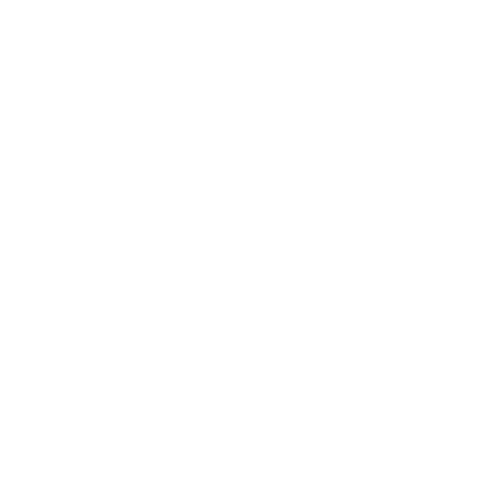
<source format=gbo>
G04 #@! TF.GenerationSoftware,KiCad,Pcbnew,7.0.5-7.0.5~ubuntu20.04.1*
G04 #@! TF.CreationDate,2023-06-07T06:16:18-05:00*
G04 #@! TF.ProjectId,Phobri64,50686f62-7269-4363-942e-6b696361645f,rev?*
G04 #@! TF.SameCoordinates,Original*
G04 #@! TF.FileFunction,Legend,Bot*
G04 #@! TF.FilePolarity,Positive*
%FSLAX46Y46*%
G04 Gerber Fmt 4.6, Leading zero omitted, Abs format (unit mm)*
G04 Created by KiCad (PCBNEW 7.0.5-7.0.5~ubuntu20.04.1) date 2023-06-07 06:16:18*
%MOMM*%
%LPD*%
G01*
G04 APERTURE LIST*
G04 Aperture macros list*
%AMFreePoly0*
4,1,19,0.150000,0.259808,0.229813,0.192836,0.281908,0.102606,0.300000,0.000000,0.281908,-0.102606,0.229813,-0.192836,0.150000,-0.259808,0.052094,-0.295442,-0.052094,-0.295442,-0.150000,-0.259808,-0.229813,-0.192836,-0.281908,-0.102606,-0.300000,0.000000,-0.281908,0.102606,-0.229813,0.192836,-0.150000,0.259808,-0.052094,0.295442,0.052094,0.295442,0.150000,0.259808,0.150000,0.259808,
$1*%
%AMFreePoly1*
4,1,272,0.463220,5.466884,0.764853,5.390625,1.054735,5.277635,1.328411,5.129651,1.581676,4.948945,1.810640,4.738295,2.011784,4.500937,2.182018,4.240518,2.318727,3.961038,2.419809,3.666793,2.483712,3.362302,2.509454,3.052246,2.496640,2.741386,2.445465,2.434500,2.356718,2.136302,2.231760,1.851375,2.072513,1.584096,1.897433,1.359144,2.120735,1.135842,2.173685,1.192845,
2.362144,1.448408,2.520541,1.723617,2.646849,2.014951,2.739455,2.318683,2.797172,2.630930,2.819263,2.947697,2.805445,3.264932,2.755896,3.578579,2.671248,3.884625,2.552584,4.179155,2.477070,4.318815,2.456164,4.386447,2.462731,4.456932,2.495771,4.519538,2.550254,4.564735,2.617886,4.585641,2.688371,4.579074,2.750977,4.546034,2.796173,4.491551,2.943168,4.180798,
3.055605,3.855940,3.132159,3.520807,3.171929,3.179350,3.174445,2.835594,3.139678,2.493591,3.068037,2.157374,2.960367,1.830905,2.817937,1.518034,2.642427,1.222448,2.435905,0.947633,2.200806,0.696828,1.939902,0.472990,1.656268,0.278757,1.353248,0.116420,1.034414,-0.012109,0.703525,-0.105313,0.364481,-0.162094,0.021280,-0.181783,-0.322033,-0.164147,-0.661410,-0.109395,
-0.992850,-0.018172,-1.312448,0.108447,-1.616433,0.268969,-1.901224,0.461502,-1.948202,0.514457,-1.971340,0.581359,-1.967113,0.652022,-1.936167,0.715689,-1.883212,0.762667,-1.816310,0.785805,-1.745647,0.781578,-1.681980,0.750632,-1.555425,0.654762,-1.282360,0.492697,-0.992742,0.362501,-0.690276,0.265840,-0.378830,0.203950,-0.062387,0.177623,0.255005,0.187194,0.569287,0.232543,
0.876438,0.313088,1.172529,0.427800,1.453775,0.575211,1.716578,0.753436,1.863734,0.879687,1.640855,1.102566,1.415899,0.927483,1.148620,0.768236,0.863692,0.643279,0.565495,0.554532,0.258608,0.503358,-0.052251,0.490544,-0.362308,0.516286,-0.666798,0.580190,-0.961044,0.681273,-1.240523,0.817981,-1.500942,0.988216,-1.738300,1.189361,-1.948950,1.418325,-2.129655,1.671591,
-2.277639,1.945267,-2.390628,2.235148,-2.466887,2.536782,-2.505242,2.845532,-2.505107,3.156656,-2.466481,3.465372,-2.389959,3.766939,-2.276716,4.056722,-2.128494,4.330269,-2.086847,4.369098,-2.031365,4.381903,-1.976914,4.365251,-1.938085,4.323604,-1.925280,4.268122,-1.941932,4.213671,-2.020569,4.087664,-2.144147,3.817526,-2.231792,3.533687,-2.282035,3.240904,-2.294034,2.944083,
-2.267588,2.648200,-2.203140,2.358213,-2.101771,2.078980,-1.965179,1.815183,-1.795653,1.571242,-1.596035,1.351245,-1.369669,1.158879,-1.120349,0.997368,-0.852254,0.869418,-0.569876,0.777173,-0.277948,0.722180,0.018638,0.705361,0.314912,0.726996,0.605908,0.786724,0.886750,0.883543,1.152731,1.015832,1.399395,1.181372,1.485997,1.257424,0.929098,1.814323,0.788544,1.712252,
0.577079,1.604623,0.351364,1.531449,0.116972,1.494538,-0.120308,1.494801,-0.354617,1.532232,-0.580169,1.605905,-0.791396,1.714002,-0.983081,1.853855,-1.150491,2.022008,-1.289492,2.214311,-1.396652,2.426014,-1.469325,2.651891,-1.505717,2.886364,-1.504928,3.123642,-1.466979,3.357868,-1.392807,3.583257,-1.357969,3.628296,-1.305279,3.649882,-1.248855,3.642231,-1.203816,3.607393,
-1.182230,3.554703,-1.189881,3.498279,-1.232733,3.395629,-1.282265,3.178744,-1.293935,2.956580,-1.267398,2.735699,-1.203438,2.522621,-1.103943,2.323640,-0.971851,2.144630,-0.811063,1.990877,-0.626326,1.866921,-0.423095,1.776422,-0.207371,1.722053,0.014476,1.705418,0.235895,1.727009,0.450349,1.786189,0.651506,1.881209,0.775166,1.968255,0.094184,2.649237,0.000000,2.634320,
-0.113001,2.652218,-0.214941,2.704159,-0.295841,2.785059,-0.347782,2.886999,-0.365680,3.000000,-0.347782,3.113001,-0.295841,3.214941,-0.214941,3.295841,-0.113001,3.347782,0.000000,3.365680,0.113001,3.347782,0.214941,3.295841,0.295841,3.214941,0.347782,3.113001,0.365680,3.000000,0.350762,2.905815,1.031744,2.224833,1.118791,2.348494,1.213811,2.549651,1.272991,2.764105,
1.294582,2.985524,1.277947,3.207371,1.223578,3.423095,1.133079,3.626326,1.009123,3.811063,0.855370,3.971851,0.676360,4.103943,0.477379,4.203438,0.264301,4.267398,0.043420,4.293935,-0.178744,4.282265,-0.395629,4.232733,-0.498279,4.189881,-0.554703,4.182230,-0.607393,4.203816,-0.642231,4.248855,-0.649882,4.305279,-0.628296,4.357969,-0.583257,4.392806,-0.357868,4.466979,
-0.123642,4.504928,0.113636,4.505717,0.348109,4.469325,0.573986,4.396652,0.785689,4.289492,0.977992,4.150491,1.146145,3.983081,1.285998,3.791396,1.394095,3.580169,1.467768,3.354617,1.505199,3.120308,1.505462,2.883028,1.468551,2.648636,1.395377,2.422921,1.287748,2.211456,1.185676,2.070901,1.742575,1.514002,1.818624,1.600601,1.984165,1.847264,2.116453,2.113245,
2.213273,2.394087,2.273001,2.685083,2.294637,2.981356,2.277818,3.277943,2.222826,3.569871,2.130582,3.852249,2.002632,4.120344,1.841121,4.369664,1.648755,4.596030,1.428758,4.795649,1.184817,4.965175,0.921021,5.101768,0.641789,5.203137,0.351801,5.267585,0.055918,5.294032,-0.240902,5.282033,-0.533685,5.231791,-0.817524,5.144146,-1.087663,5.020569,-1.213670,4.941932,
-1.268121,4.925280,-1.323603,4.938085,-1.365250,4.976914,-1.381902,5.031365,-1.369097,5.086847,-1.330267,5.128493,-1.056720,5.276716,-0.766937,5.389958,-0.465371,5.466480,-0.156654,5.505105,0.154470,5.505240,0.463220,5.466884,0.463220,5.466884,$1*%
%AMFreePoly2*
4,1,230,0.333048,0.159825,0.675342,0.104060,1.009527,0.011350,1.331628,-0.117202,1.637814,-0.280067,1.924443,-0.475306,1.971222,-0.528437,1.994109,-0.595425,1.989618,-0.666072,1.958434,-0.729623,1.905303,-0.776402,1.838315,-0.799289,1.767668,-0.794798,1.704117,-0.763614,1.576801,-0.666261,1.301682,-0.501771,1.009682,-0.369546,0.704569,-0.271294,0.390281,-0.208281,0.070874,-0.181321,
-0.249529,-0.190762,-0.566794,-0.236483,-0.876826,-0.317893,-1.175624,-0.433941,-1.459332,-0.583130,-1.724288,-0.763535,-1.861932,-0.882191,-1.285829,-1.458293,-1.095618,-1.314853,-0.851072,-1.179073,-0.590045,-1.078556,-0.317591,-1.015249,-0.038987,-0.990378,0.240372,-1.004425,0.515077,-1.057117,0.779806,-1.147434,1.029434,-1.273627,1.259127,-1.433252,1.464436,-1.623218,1.641385,-1.839847,
1.786548,-2.078942,1.897113,-2.335874,1.970939,-2.605668,2.006598,-2.883098,2.003397,-3.162792,1.961399,-3.439333,1.881418,-3.707366,1.765002,-3.961701,1.725746,-4.002946,1.671127,-4.019037,1.615780,-4.005663,1.574535,-3.966407,1.558444,-3.911788,1.571817,-3.856440,1.634610,-3.741158,1.725250,-3.494750,1.778971,-3.237756,1.794623,-2.975674,1.771872,-2.714112,1.711205,-2.458668,
1.613920,-2.214808,1.482098,-1.987750,1.318561,-1.782354,1.126807,-1.603014,0.910942,-1.453569,0.675582,-1.337215,0.425766,-1.256444,0.166839,-1.212983,-0.095658,-1.207763,-0.356109,-1.240895,-0.608939,-1.311670,-0.848738,-1.418574,-1.070375,-1.559319,-1.131785,-1.612337,-0.573715,-2.170406,-0.562144,-2.160898,-0.388774,-2.067824,-0.200648,-2.010132,-0.004905,-1.990013,0.191024,-2.008230,
0.379702,-2.064092,0.553968,-2.155478,0.707207,-2.278920,0.833602,-2.429732,0.928356,-2.602189,0.987872,-2.789747,1.009892,-2.985285,0.993580,-3.181381,0.969205,-3.232841,0.922366,-3.265218,0.865614,-3.269839,0.814154,-3.245464,0.781777,-3.198625,0.777155,-3.141872,0.792126,-3.059415,0.786959,-2.891884,0.746755,-2.729167,0.673303,-2.578508,0.569875,-2.446614,0.441074,-2.339359,
0.292636,-2.261517,0.131169,-2.216554,-0.036138,-2.206471,-0.201836,-2.231719,-0.358548,-2.291172,-0.499297,-2.382184,-0.506418,-2.389306,-0.508586,-2.401131,-0.562140,-2.469487,-0.606616,-2.489503,-0.617815,-2.500703,-0.708827,-2.641451,-0.768281,-2.798163,-0.793529,-2.963861,-0.783447,-3.131168,-0.738484,-3.292635,-0.660642,-3.441074,-0.553387,-3.569874,-0.421493,-3.673303,-0.270834,-3.746755,
-0.108117,-3.786959,0.059414,-3.792126,0.141872,-3.777156,0.198624,-3.781777,0.245463,-3.814154,0.269838,-3.865614,0.265217,-3.922366,0.232840,-3.969205,0.181380,-3.993579,-0.014716,-4.009892,-0.210254,-3.987872,-0.397812,-3.928355,-0.570269,-3.833601,-0.721081,-3.707206,-0.844523,-3.553967,-0.935909,-3.379701,-0.991770,-3.191023,-1.009987,-2.995094,-0.989868,-2.799351,-0.932176,-2.611225,
-0.839101,-2.437855,-0.830225,-2.427052,-1.388312,-1.868966,-1.440681,-1.929625,-1.581426,-2.151262,-1.688330,-2.391061,-1.759105,-2.643891,-1.792237,-2.904342,-1.787017,-3.166839,-1.743556,-3.425766,-1.662785,-3.675582,-1.546431,-3.910942,-1.396986,-4.126807,-1.217646,-4.318561,-1.012250,-4.482098,-0.785192,-4.613920,-0.541332,-4.711205,-0.285888,-4.771872,-0.024326,-4.794623,0.237756,-4.778971,
0.494750,-4.725250,0.741158,-4.634610,0.856441,-4.571818,0.911788,-4.558444,0.966407,-4.574535,1.005663,-4.615780,1.019037,-4.671127,1.002946,-4.725746,0.961701,-4.765002,0.707366,-4.881418,0.439333,-4.961399,0.162792,-5.003397,-0.116902,-5.006598,-0.394332,-4.970939,-0.664126,-4.897113,-0.921058,-4.786548,-1.160153,-4.641385,-1.376782,-4.464436,-1.566748,-4.259127,-1.726373,-4.029434,
-1.852566,-3.779806,-1.942883,-3.515077,-1.995575,-3.240372,-2.009622,-2.961013,-1.984751,-2.682409,-1.921444,-2.409955,-1.820927,-2.148928,-1.685147,-1.904382,-1.542309,-1.714969,-2.119457,-1.137822,-2.184553,-1.208305,-2.373922,-1.466930,-2.532736,-1.745364,-2.658945,-2.040015,-2.750920,-2.347078,-2.807474,-2.662592,-2.827879,-2.982485,-2.811869,-3.302627,-2.759652,-3.618888,-2.671901,-3.927186,
-2.549750,-4.223541,-2.472222,-4.363813,-2.450743,-4.431266,-2.456712,-4.501803,-2.489221,-4.564687,-2.543319,-4.610344,-2.610772,-4.631823,-2.681309,-4.625854,-2.744193,-4.593345,-2.789849,-4.539246,-2.940719,-4.226975,-3.056684,-3.900132,-3.136366,-3.562604,-3.178817,-3.218405,-3.183531,-2.871631,-3.150453,-2.526405,-3.079977,-2.186835,-2.972939,-1.856960,-2.830615,-1.540703,-2.654696,-1.241827,
-2.447275,-0.963886,-2.210819,-0.710186,-1.948142,-0.483746,-1.662367,-0.287259,-1.356894,-0.123061,-1.035356,0.006894,-0.701578,0.101059,-0.359531,0.158316,-0.013283,0.177982,0.333048,0.159825,0.333048,0.159825,$1*%
%AMFreePoly3*
4,1,89,0.155859,0.808056,0.162104,0.809230,0.459268,0.770875,0.465009,0.768154,0.471355,0.768519,0.761164,0.692439,0.766510,0.689005,0.772849,0.688555,1.050535,0.576004,1.055398,0.571913,1.061627,0.570656,1.322621,0.423483,1.326919,0.418805,1.332938,0.416760,1.572946,0.237390,1.576612,0.232197,1.582316,0.229400,1.797390,0.020782,1.800360,0.015164,1.805661,0.011659,
1.992258,-0.222774,1.994485,-0.228725,1.999293,-0.232881,2.154346,-0.489271,2.155793,-0.495459,2.160029,-0.500195,2.280987,-0.774325,2.281630,-0.780647,2.285225,-0.785887,2.370096,-1.073243,2.369944,-1.078844,2.372575,-1.083795,2.398547,-1.231359,2.395301,-1.254402,2.395301,-1.277666,2.391235,-1.283261,2.390271,-1.290110,2.374104,-1.306839,2.360427,-1.325666,2.353847,-1.327803,
2.349043,-1.332776,2.326134,-1.336808,2.304000,-1.344000,-2.304000,-1.344000,-2.326130,-1.336809,-2.349043,-1.332777,-2.353848,-1.327803,-2.360427,-1.325666,-2.374103,-1.306841,-2.390271,-1.290110,-2.391235,-1.283261,-2.395301,-1.277666,-2.395301,-1.254402,-2.398547,-1.231359,-2.372575,-1.083795,-2.369944,-1.078844,-2.370096,-1.073244,-2.285225,-0.785887,-2.281630,-0.780647,-2.280987,-0.774325,
-2.160029,-0.500195,-2.155793,-0.495458,-2.154346,-0.489271,-1.999292,-0.232880,-1.994485,-0.228725,-1.992258,-0.222774,-1.805660,0.011659,-1.800359,0.015164,-1.797389,0.020782,-1.582316,0.229401,-1.576611,0.232198,-1.572946,0.237390,-1.332937,0.416760,-1.326921,0.418804,-1.322621,0.423484,-1.061627,0.570656,-1.055398,0.571913,-1.050535,0.576004,-0.772849,0.688555,-0.766510,0.689005,
-0.761164,0.692439,-0.471355,0.768519,-0.465009,0.768154,-0.459268,0.770875,-0.162104,0.809230,-0.155859,0.808056,-0.149815,0.810020,0.149815,0.810020,0.155859,0.808056,0.155859,0.808056,$1*%
%AMFreePoly4*
4,1,89,2.326134,1.336808,2.349043,1.332776,2.353847,1.327803,2.360427,1.325666,2.374104,1.306839,2.390271,1.290110,2.391235,1.283261,2.395301,1.277666,2.395301,1.254402,2.398547,1.231359,2.372575,1.083795,2.369944,1.078844,2.370096,1.073243,2.285225,0.785887,2.281630,0.780647,2.280987,0.774325,2.160029,0.500195,2.155793,0.495459,2.154346,0.489271,1.999293,0.232881,
1.994485,0.228725,1.992258,0.222774,1.805661,-0.011659,1.800360,-0.015164,1.797390,-0.020782,1.582316,-0.229400,1.576612,-0.232197,1.572946,-0.237390,1.332938,-0.416760,1.326919,-0.418805,1.322621,-0.423483,1.061627,-0.570656,1.055398,-0.571913,1.050535,-0.576004,0.772849,-0.688555,0.766510,-0.689005,0.761164,-0.692439,0.471355,-0.768519,0.465009,-0.768154,0.459268,-0.770875,
0.162104,-0.809230,0.155859,-0.808056,0.149815,-0.810020,-0.149815,-0.810020,-0.155859,-0.808056,-0.162104,-0.809230,-0.459268,-0.770875,-0.465009,-0.768154,-0.471355,-0.768519,-0.761164,-0.692439,-0.766510,-0.689005,-0.772849,-0.688555,-1.050535,-0.576004,-1.055398,-0.571913,-1.061627,-0.570656,-1.322621,-0.423484,-1.326921,-0.418804,-1.332937,-0.416760,-1.572946,-0.237390,-1.576611,-0.232198,
-1.582316,-0.229401,-1.797389,-0.020782,-1.800359,-0.015164,-1.805660,-0.011659,-1.992258,0.222774,-1.994485,0.228725,-1.999292,0.232880,-2.154346,0.489271,-2.155793,0.495458,-2.160029,0.500195,-2.280987,0.774325,-2.281630,0.780647,-2.285225,0.785887,-2.370096,1.073244,-2.369944,1.078844,-2.372575,1.083795,-2.398547,1.231359,-2.395301,1.254402,-2.395301,1.277666,-2.391235,1.283261,
-2.390271,1.290110,-2.374103,1.306841,-2.360427,1.325666,-2.353848,1.327803,-2.349043,1.332777,-2.326130,1.336809,-2.304000,1.344000,2.304000,1.344000,2.326134,1.336808,2.326134,1.336808,$1*%
G04 Aperture macros list end*
%ADD10C,0.120000*%
%ADD11C,0.150000*%
%ADD12C,0.300000*%
%ADD13C,0.100000*%
%ADD14C,3.235000*%
%ADD15C,2.590494*%
%ADD16C,4.000000*%
%ADD17C,2.833000*%
%ADD18C,2.200000*%
%ADD19C,0.787400*%
%ADD20C,1.000000*%
%ADD21R,1.000000X2.000000*%
%ADD22O,2.500000X1.250000*%
%ADD23C,2.000000*%
%ADD24C,1.700000*%
%ADD25C,1.397000*%
%ADD26FreePoly0,270.000000*%
%ADD27C,1.500000*%
%ADD28FreePoly1,90.000000*%
%ADD29FreePoly2,90.000000*%
%ADD30FreePoly3,90.000000*%
%ADD31FreePoly4,90.000000*%
%ADD32FreePoly3,270.000000*%
%ADD33FreePoly4,270.000000*%
G04 APERTURE END LIST*
D10*
X200500000Y-91981600D02*
X200500000Y-107018400D01*
X238018400Y-132000000D02*
X222981600Y-132000000D01*
D11*
X237394344Y-131343580D02*
X237437201Y-131391200D01*
X237437201Y-131391200D02*
X237565773Y-131438819D01*
X237565773Y-131438819D02*
X237651487Y-131438819D01*
X237651487Y-131438819D02*
X237780058Y-131391200D01*
X237780058Y-131391200D02*
X237865773Y-131295961D01*
X237865773Y-131295961D02*
X237908630Y-131200723D01*
X237908630Y-131200723D02*
X237951487Y-131010247D01*
X237951487Y-131010247D02*
X237951487Y-130867390D01*
X237951487Y-130867390D02*
X237908630Y-130676914D01*
X237908630Y-130676914D02*
X237865773Y-130581676D01*
X237865773Y-130581676D02*
X237780058Y-130486438D01*
X237780058Y-130486438D02*
X237651487Y-130438819D01*
X237651487Y-130438819D02*
X237565773Y-130438819D01*
X237565773Y-130438819D02*
X237437201Y-130486438D01*
X237437201Y-130486438D02*
X237394344Y-130534057D01*
X237008630Y-130915009D02*
X236708630Y-130915009D01*
X236580058Y-131438819D02*
X237008630Y-131438819D01*
X237008630Y-131438819D02*
X237008630Y-130438819D01*
X237008630Y-130438819D02*
X236580058Y-130438819D01*
X235680058Y-131438819D02*
X235980058Y-130962628D01*
X236194344Y-131438819D02*
X236194344Y-130438819D01*
X236194344Y-130438819D02*
X235851487Y-130438819D01*
X235851487Y-130438819D02*
X235765772Y-130486438D01*
X235765772Y-130486438D02*
X235722915Y-130534057D01*
X235722915Y-130534057D02*
X235680058Y-130629295D01*
X235680058Y-130629295D02*
X235680058Y-130772152D01*
X235680058Y-130772152D02*
X235722915Y-130867390D01*
X235722915Y-130867390D02*
X235765772Y-130915009D01*
X235765772Y-130915009D02*
X235851487Y-130962628D01*
X235851487Y-130962628D02*
X236194344Y-130962628D01*
X235294344Y-131438819D02*
X235294344Y-130438819D01*
X235294344Y-130438819D02*
X234780058Y-131438819D01*
X234780058Y-131438819D02*
X234780058Y-130438819D01*
X234351487Y-131057866D02*
X233665773Y-131057866D01*
X233065772Y-130438819D02*
X232894344Y-130438819D01*
X232894344Y-130438819D02*
X232808629Y-130486438D01*
X232808629Y-130486438D02*
X232722915Y-130581676D01*
X232722915Y-130581676D02*
X232680058Y-130772152D01*
X232680058Y-130772152D02*
X232680058Y-131105485D01*
X232680058Y-131105485D02*
X232722915Y-131295961D01*
X232722915Y-131295961D02*
X232808629Y-131391200D01*
X232808629Y-131391200D02*
X232894344Y-131438819D01*
X232894344Y-131438819D02*
X233065772Y-131438819D01*
X233065772Y-131438819D02*
X233151487Y-131391200D01*
X233151487Y-131391200D02*
X233237201Y-131295961D01*
X233237201Y-131295961D02*
X233280058Y-131105485D01*
X233280058Y-131105485D02*
X233280058Y-130772152D01*
X233280058Y-130772152D02*
X233237201Y-130581676D01*
X233237201Y-130581676D02*
X233151487Y-130486438D01*
X233151487Y-130486438D02*
X233065772Y-130438819D01*
X232294344Y-131438819D02*
X232294344Y-130438819D01*
X232294344Y-130915009D02*
X231780058Y-130915009D01*
X231780058Y-131438819D02*
X231780058Y-130438819D01*
X230922915Y-131438819D02*
X231351487Y-131438819D01*
X231351487Y-131438819D02*
X231351487Y-130438819D01*
X230622916Y-131057866D02*
X229937202Y-131057866D01*
X229551487Y-131391200D02*
X229422916Y-131438819D01*
X229422916Y-131438819D02*
X229208630Y-131438819D01*
X229208630Y-131438819D02*
X229122916Y-131391200D01*
X229122916Y-131391200D02*
X229080058Y-131343580D01*
X229080058Y-131343580D02*
X229037201Y-131248342D01*
X229037201Y-131248342D02*
X229037201Y-131153104D01*
X229037201Y-131153104D02*
X229080058Y-131057866D01*
X229080058Y-131057866D02*
X229122916Y-131010247D01*
X229122916Y-131010247D02*
X229208630Y-130962628D01*
X229208630Y-130962628D02*
X229380058Y-130915009D01*
X229380058Y-130915009D02*
X229465773Y-130867390D01*
X229465773Y-130867390D02*
X229508630Y-130819771D01*
X229508630Y-130819771D02*
X229551487Y-130724533D01*
X229551487Y-130724533D02*
X229551487Y-130629295D01*
X229551487Y-130629295D02*
X229508630Y-130534057D01*
X229508630Y-130534057D02*
X229465773Y-130486438D01*
X229465773Y-130486438D02*
X229380058Y-130438819D01*
X229380058Y-130438819D02*
X229165773Y-130438819D01*
X229165773Y-130438819D02*
X229037201Y-130486438D01*
X228051487Y-130772152D02*
X227837201Y-131438819D01*
X227837201Y-131438819D02*
X227622916Y-130772152D01*
X227322916Y-130534057D02*
X227280059Y-130486438D01*
X227280059Y-130486438D02*
X227194345Y-130438819D01*
X227194345Y-130438819D02*
X226980059Y-130438819D01*
X226980059Y-130438819D02*
X226894345Y-130486438D01*
X226894345Y-130486438D02*
X226851487Y-130534057D01*
X226851487Y-130534057D02*
X226808630Y-130629295D01*
X226808630Y-130629295D02*
X226808630Y-130724533D01*
X226808630Y-130724533D02*
X226851487Y-130867390D01*
X226851487Y-130867390D02*
X227365773Y-131438819D01*
X227365773Y-131438819D02*
X226808630Y-131438819D01*
D12*
X199800828Y-92554510D02*
X198300828Y-92554510D01*
X198300828Y-92554510D02*
X198300828Y-93125939D01*
X198300828Y-93125939D02*
X198372257Y-93268796D01*
X198372257Y-93268796D02*
X198443685Y-93340225D01*
X198443685Y-93340225D02*
X198586542Y-93411653D01*
X198586542Y-93411653D02*
X198800828Y-93411653D01*
X198800828Y-93411653D02*
X198943685Y-93340225D01*
X198943685Y-93340225D02*
X199015114Y-93268796D01*
X199015114Y-93268796D02*
X199086542Y-93125939D01*
X199086542Y-93125939D02*
X199086542Y-92554510D01*
X199800828Y-94054510D02*
X198300828Y-94054510D01*
X199800828Y-94697368D02*
X199015114Y-94697368D01*
X199015114Y-94697368D02*
X198872257Y-94625939D01*
X198872257Y-94625939D02*
X198800828Y-94483082D01*
X198800828Y-94483082D02*
X198800828Y-94268796D01*
X198800828Y-94268796D02*
X198872257Y-94125939D01*
X198872257Y-94125939D02*
X198943685Y-94054510D01*
X199800828Y-95625939D02*
X199729400Y-95483082D01*
X199729400Y-95483082D02*
X199657971Y-95411653D01*
X199657971Y-95411653D02*
X199515114Y-95340225D01*
X199515114Y-95340225D02*
X199086542Y-95340225D01*
X199086542Y-95340225D02*
X198943685Y-95411653D01*
X198943685Y-95411653D02*
X198872257Y-95483082D01*
X198872257Y-95483082D02*
X198800828Y-95625939D01*
X198800828Y-95625939D02*
X198800828Y-95840225D01*
X198800828Y-95840225D02*
X198872257Y-95983082D01*
X198872257Y-95983082D02*
X198943685Y-96054511D01*
X198943685Y-96054511D02*
X199086542Y-96125939D01*
X199086542Y-96125939D02*
X199515114Y-96125939D01*
X199515114Y-96125939D02*
X199657971Y-96054511D01*
X199657971Y-96054511D02*
X199729400Y-95983082D01*
X199729400Y-95983082D02*
X199800828Y-95840225D01*
X199800828Y-95840225D02*
X199800828Y-95625939D01*
X199800828Y-96768796D02*
X198300828Y-96768796D01*
X198872257Y-96768796D02*
X198800828Y-96911654D01*
X198800828Y-96911654D02*
X198800828Y-97197368D01*
X198800828Y-97197368D02*
X198872257Y-97340225D01*
X198872257Y-97340225D02*
X198943685Y-97411654D01*
X198943685Y-97411654D02*
X199086542Y-97483082D01*
X199086542Y-97483082D02*
X199515114Y-97483082D01*
X199515114Y-97483082D02*
X199657971Y-97411654D01*
X199657971Y-97411654D02*
X199729400Y-97340225D01*
X199729400Y-97340225D02*
X199800828Y-97197368D01*
X199800828Y-97197368D02*
X199800828Y-96911654D01*
X199800828Y-96911654D02*
X199729400Y-96768796D01*
X199800828Y-98125939D02*
X198800828Y-98125939D01*
X199086542Y-98125939D02*
X198943685Y-98197368D01*
X198943685Y-98197368D02*
X198872257Y-98268797D01*
X198872257Y-98268797D02*
X198800828Y-98411654D01*
X198800828Y-98411654D02*
X198800828Y-98554511D01*
X199800828Y-99054510D02*
X198800828Y-99054510D01*
X198300828Y-99054510D02*
X198372257Y-98983082D01*
X198372257Y-98983082D02*
X198443685Y-99054510D01*
X198443685Y-99054510D02*
X198372257Y-99125939D01*
X198372257Y-99125939D02*
X198300828Y-99054510D01*
X198300828Y-99054510D02*
X198443685Y-99054510D01*
X198300828Y-100411654D02*
X198300828Y-100125939D01*
X198300828Y-100125939D02*
X198372257Y-99983082D01*
X198372257Y-99983082D02*
X198443685Y-99911654D01*
X198443685Y-99911654D02*
X198657971Y-99768796D01*
X198657971Y-99768796D02*
X198943685Y-99697368D01*
X198943685Y-99697368D02*
X199515114Y-99697368D01*
X199515114Y-99697368D02*
X199657971Y-99768796D01*
X199657971Y-99768796D02*
X199729400Y-99840225D01*
X199729400Y-99840225D02*
X199800828Y-99983082D01*
X199800828Y-99983082D02*
X199800828Y-100268796D01*
X199800828Y-100268796D02*
X199729400Y-100411654D01*
X199729400Y-100411654D02*
X199657971Y-100483082D01*
X199657971Y-100483082D02*
X199515114Y-100554511D01*
X199515114Y-100554511D02*
X199157971Y-100554511D01*
X199157971Y-100554511D02*
X199015114Y-100483082D01*
X199015114Y-100483082D02*
X198943685Y-100411654D01*
X198943685Y-100411654D02*
X198872257Y-100268796D01*
X198872257Y-100268796D02*
X198872257Y-99983082D01*
X198872257Y-99983082D02*
X198943685Y-99840225D01*
X198943685Y-99840225D02*
X199015114Y-99768796D01*
X199015114Y-99768796D02*
X199157971Y-99697368D01*
X198800828Y-101840225D02*
X199800828Y-101840225D01*
X198229400Y-101483082D02*
X199300828Y-101125939D01*
X199300828Y-101125939D02*
X199300828Y-102054510D01*
D11*
X202843580Y-92605655D02*
X202891200Y-92562798D01*
X202891200Y-92562798D02*
X202938819Y-92434226D01*
X202938819Y-92434226D02*
X202938819Y-92348512D01*
X202938819Y-92348512D02*
X202891200Y-92219941D01*
X202891200Y-92219941D02*
X202795961Y-92134226D01*
X202795961Y-92134226D02*
X202700723Y-92091369D01*
X202700723Y-92091369D02*
X202510247Y-92048512D01*
X202510247Y-92048512D02*
X202367390Y-92048512D01*
X202367390Y-92048512D02*
X202176914Y-92091369D01*
X202176914Y-92091369D02*
X202081676Y-92134226D01*
X202081676Y-92134226D02*
X201986438Y-92219941D01*
X201986438Y-92219941D02*
X201938819Y-92348512D01*
X201938819Y-92348512D02*
X201938819Y-92434226D01*
X201938819Y-92434226D02*
X201986438Y-92562798D01*
X201986438Y-92562798D02*
X202034057Y-92605655D01*
X202415009Y-92991369D02*
X202415009Y-93291369D01*
X202938819Y-93419941D02*
X202938819Y-92991369D01*
X202938819Y-92991369D02*
X201938819Y-92991369D01*
X201938819Y-92991369D02*
X201938819Y-93419941D01*
X202938819Y-94319941D02*
X202462628Y-94019941D01*
X202938819Y-93805655D02*
X201938819Y-93805655D01*
X201938819Y-93805655D02*
X201938819Y-94148512D01*
X201938819Y-94148512D02*
X201986438Y-94234227D01*
X201986438Y-94234227D02*
X202034057Y-94277084D01*
X202034057Y-94277084D02*
X202129295Y-94319941D01*
X202129295Y-94319941D02*
X202272152Y-94319941D01*
X202272152Y-94319941D02*
X202367390Y-94277084D01*
X202367390Y-94277084D02*
X202415009Y-94234227D01*
X202415009Y-94234227D02*
X202462628Y-94148512D01*
X202462628Y-94148512D02*
X202462628Y-93805655D01*
X202938819Y-94705655D02*
X201938819Y-94705655D01*
X201938819Y-94705655D02*
X202938819Y-95219941D01*
X202938819Y-95219941D02*
X201938819Y-95219941D01*
X202557866Y-95648512D02*
X202557866Y-96334227D01*
X201938819Y-96934227D02*
X201938819Y-97105655D01*
X201938819Y-97105655D02*
X201986438Y-97191370D01*
X201986438Y-97191370D02*
X202081676Y-97277084D01*
X202081676Y-97277084D02*
X202272152Y-97319941D01*
X202272152Y-97319941D02*
X202605485Y-97319941D01*
X202605485Y-97319941D02*
X202795961Y-97277084D01*
X202795961Y-97277084D02*
X202891200Y-97191370D01*
X202891200Y-97191370D02*
X202938819Y-97105655D01*
X202938819Y-97105655D02*
X202938819Y-96934227D01*
X202938819Y-96934227D02*
X202891200Y-96848513D01*
X202891200Y-96848513D02*
X202795961Y-96762798D01*
X202795961Y-96762798D02*
X202605485Y-96719941D01*
X202605485Y-96719941D02*
X202272152Y-96719941D01*
X202272152Y-96719941D02*
X202081676Y-96762798D01*
X202081676Y-96762798D02*
X201986438Y-96848513D01*
X201986438Y-96848513D02*
X201938819Y-96934227D01*
X202938819Y-97705655D02*
X201938819Y-97705655D01*
X202415009Y-97705655D02*
X202415009Y-98219941D01*
X202938819Y-98219941D02*
X201938819Y-98219941D01*
X202938819Y-99077084D02*
X202938819Y-98648512D01*
X202938819Y-98648512D02*
X201938819Y-98648512D01*
X202557866Y-99377083D02*
X202557866Y-100062798D01*
X202891200Y-100448512D02*
X202938819Y-100577084D01*
X202938819Y-100577084D02*
X202938819Y-100791369D01*
X202938819Y-100791369D02*
X202891200Y-100877084D01*
X202891200Y-100877084D02*
X202843580Y-100919941D01*
X202843580Y-100919941D02*
X202748342Y-100962798D01*
X202748342Y-100962798D02*
X202653104Y-100962798D01*
X202653104Y-100962798D02*
X202557866Y-100919941D01*
X202557866Y-100919941D02*
X202510247Y-100877084D01*
X202510247Y-100877084D02*
X202462628Y-100791369D01*
X202462628Y-100791369D02*
X202415009Y-100619941D01*
X202415009Y-100619941D02*
X202367390Y-100534226D01*
X202367390Y-100534226D02*
X202319771Y-100491369D01*
X202319771Y-100491369D02*
X202224533Y-100448512D01*
X202224533Y-100448512D02*
X202129295Y-100448512D01*
X202129295Y-100448512D02*
X202034057Y-100491369D01*
X202034057Y-100491369D02*
X201986438Y-100534226D01*
X201986438Y-100534226D02*
X201938819Y-100619941D01*
X201938819Y-100619941D02*
X201938819Y-100834226D01*
X201938819Y-100834226D02*
X201986438Y-100962798D01*
X202272152Y-101948512D02*
X202938819Y-102162798D01*
X202938819Y-102162798D02*
X202272152Y-102377083D01*
X202034057Y-102677083D02*
X201986438Y-102719940D01*
X201986438Y-102719940D02*
X201938819Y-102805655D01*
X201938819Y-102805655D02*
X201938819Y-103019940D01*
X201938819Y-103019940D02*
X201986438Y-103105655D01*
X201986438Y-103105655D02*
X202034057Y-103148512D01*
X202034057Y-103148512D02*
X202129295Y-103191369D01*
X202129295Y-103191369D02*
X202224533Y-103191369D01*
X202224533Y-103191369D02*
X202367390Y-103148512D01*
X202367390Y-103148512D02*
X202938819Y-102634226D01*
X202938819Y-102634226D02*
X202938819Y-103191369D01*
D13*
X201504964Y-92379903D02*
X201504964Y-92022760D01*
X201504964Y-92022760D02*
X200754964Y-92022760D01*
X201504964Y-92629903D02*
X201004964Y-92629903D01*
X200754964Y-92629903D02*
X200790678Y-92594189D01*
X200790678Y-92594189D02*
X200826392Y-92629903D01*
X200826392Y-92629903D02*
X200790678Y-92665617D01*
X200790678Y-92665617D02*
X200754964Y-92629903D01*
X200754964Y-92629903D02*
X200826392Y-92629903D01*
X201469250Y-93308475D02*
X201504964Y-93237046D01*
X201504964Y-93237046D02*
X201504964Y-93094189D01*
X201504964Y-93094189D02*
X201469250Y-93022760D01*
X201469250Y-93022760D02*
X201433535Y-92987046D01*
X201433535Y-92987046D02*
X201362107Y-92951332D01*
X201362107Y-92951332D02*
X201147821Y-92951332D01*
X201147821Y-92951332D02*
X201076392Y-92987046D01*
X201076392Y-92987046D02*
X201040678Y-93022760D01*
X201040678Y-93022760D02*
X201004964Y-93094189D01*
X201004964Y-93094189D02*
X201004964Y-93237046D01*
X201004964Y-93237046D02*
X201040678Y-93308475D01*
X201469250Y-93915617D02*
X201504964Y-93844189D01*
X201504964Y-93844189D02*
X201504964Y-93701332D01*
X201504964Y-93701332D02*
X201469250Y-93629903D01*
X201469250Y-93629903D02*
X201397821Y-93594189D01*
X201397821Y-93594189D02*
X201112107Y-93594189D01*
X201112107Y-93594189D02*
X201040678Y-93629903D01*
X201040678Y-93629903D02*
X201004964Y-93701332D01*
X201004964Y-93701332D02*
X201004964Y-93844189D01*
X201004964Y-93844189D02*
X201040678Y-93915617D01*
X201040678Y-93915617D02*
X201112107Y-93951332D01*
X201112107Y-93951332D02*
X201183535Y-93951332D01*
X201183535Y-93951332D02*
X201254964Y-93594189D01*
X201004964Y-94272760D02*
X201504964Y-94272760D01*
X201076392Y-94272760D02*
X201040678Y-94308474D01*
X201040678Y-94308474D02*
X201004964Y-94379903D01*
X201004964Y-94379903D02*
X201004964Y-94487046D01*
X201004964Y-94487046D02*
X201040678Y-94558474D01*
X201040678Y-94558474D02*
X201112107Y-94594189D01*
X201112107Y-94594189D02*
X201504964Y-94594189D01*
X201469250Y-94915617D02*
X201504964Y-94987045D01*
X201504964Y-94987045D02*
X201504964Y-95129902D01*
X201504964Y-95129902D02*
X201469250Y-95201331D01*
X201469250Y-95201331D02*
X201397821Y-95237045D01*
X201397821Y-95237045D02*
X201362107Y-95237045D01*
X201362107Y-95237045D02*
X201290678Y-95201331D01*
X201290678Y-95201331D02*
X201254964Y-95129902D01*
X201254964Y-95129902D02*
X201254964Y-95022760D01*
X201254964Y-95022760D02*
X201219250Y-94951331D01*
X201219250Y-94951331D02*
X201147821Y-94915617D01*
X201147821Y-94915617D02*
X201112107Y-94915617D01*
X201112107Y-94915617D02*
X201040678Y-94951331D01*
X201040678Y-94951331D02*
X201004964Y-95022760D01*
X201004964Y-95022760D02*
X201004964Y-95129902D01*
X201004964Y-95129902D02*
X201040678Y-95201331D01*
X201469250Y-95844188D02*
X201504964Y-95772760D01*
X201504964Y-95772760D02*
X201504964Y-95629903D01*
X201504964Y-95629903D02*
X201469250Y-95558474D01*
X201469250Y-95558474D02*
X201397821Y-95522760D01*
X201397821Y-95522760D02*
X201112107Y-95522760D01*
X201112107Y-95522760D02*
X201040678Y-95558474D01*
X201040678Y-95558474D02*
X201004964Y-95629903D01*
X201004964Y-95629903D02*
X201004964Y-95772760D01*
X201004964Y-95772760D02*
X201040678Y-95844188D01*
X201040678Y-95844188D02*
X201112107Y-95879903D01*
X201112107Y-95879903D02*
X201183535Y-95879903D01*
X201183535Y-95879903D02*
X201254964Y-95522760D01*
X201504964Y-96522760D02*
X200754964Y-96522760D01*
X201469250Y-96522760D02*
X201504964Y-96451331D01*
X201504964Y-96451331D02*
X201504964Y-96308474D01*
X201504964Y-96308474D02*
X201469250Y-96237045D01*
X201469250Y-96237045D02*
X201433535Y-96201331D01*
X201433535Y-96201331D02*
X201362107Y-96165617D01*
X201362107Y-96165617D02*
X201147821Y-96165617D01*
X201147821Y-96165617D02*
X201076392Y-96201331D01*
X201076392Y-96201331D02*
X201040678Y-96237045D01*
X201040678Y-96237045D02*
X201004964Y-96308474D01*
X201004964Y-96308474D02*
X201004964Y-96451331D01*
X201004964Y-96451331D02*
X201040678Y-96522760D01*
X201004964Y-97772760D02*
X201504964Y-97772760D01*
X201004964Y-97451331D02*
X201397821Y-97451331D01*
X201397821Y-97451331D02*
X201469250Y-97487045D01*
X201469250Y-97487045D02*
X201504964Y-97558474D01*
X201504964Y-97558474D02*
X201504964Y-97665617D01*
X201504964Y-97665617D02*
X201469250Y-97737045D01*
X201469250Y-97737045D02*
X201433535Y-97772760D01*
X201004964Y-98129902D02*
X201504964Y-98129902D01*
X201076392Y-98129902D02*
X201040678Y-98165616D01*
X201040678Y-98165616D02*
X201004964Y-98237045D01*
X201004964Y-98237045D02*
X201004964Y-98344188D01*
X201004964Y-98344188D02*
X201040678Y-98415616D01*
X201040678Y-98415616D02*
X201112107Y-98451331D01*
X201112107Y-98451331D02*
X201504964Y-98451331D01*
X201504964Y-99129902D02*
X200754964Y-99129902D01*
X201469250Y-99129902D02*
X201504964Y-99058473D01*
X201504964Y-99058473D02*
X201504964Y-98915616D01*
X201504964Y-98915616D02*
X201469250Y-98844187D01*
X201469250Y-98844187D02*
X201433535Y-98808473D01*
X201433535Y-98808473D02*
X201362107Y-98772759D01*
X201362107Y-98772759D02*
X201147821Y-98772759D01*
X201147821Y-98772759D02*
X201076392Y-98808473D01*
X201076392Y-98808473D02*
X201040678Y-98844187D01*
X201040678Y-98844187D02*
X201004964Y-98915616D01*
X201004964Y-98915616D02*
X201004964Y-99058473D01*
X201004964Y-99058473D02*
X201040678Y-99129902D01*
X201469250Y-99772758D02*
X201504964Y-99701330D01*
X201504964Y-99701330D02*
X201504964Y-99558473D01*
X201504964Y-99558473D02*
X201469250Y-99487044D01*
X201469250Y-99487044D02*
X201397821Y-99451330D01*
X201397821Y-99451330D02*
X201112107Y-99451330D01*
X201112107Y-99451330D02*
X201040678Y-99487044D01*
X201040678Y-99487044D02*
X201004964Y-99558473D01*
X201004964Y-99558473D02*
X201004964Y-99701330D01*
X201004964Y-99701330D02*
X201040678Y-99772758D01*
X201040678Y-99772758D02*
X201112107Y-99808473D01*
X201112107Y-99808473D02*
X201183535Y-99808473D01*
X201183535Y-99808473D02*
X201254964Y-99451330D01*
X201504964Y-100129901D02*
X201004964Y-100129901D01*
X201147821Y-100129901D02*
X201076392Y-100165615D01*
X201076392Y-100165615D02*
X201040678Y-100201330D01*
X201040678Y-100201330D02*
X201004964Y-100272758D01*
X201004964Y-100272758D02*
X201004964Y-100344187D01*
X237620096Y-130004964D02*
X237977239Y-130004964D01*
X237977239Y-130004964D02*
X237977239Y-129254964D01*
X237370096Y-130004964D02*
X237370096Y-129504964D01*
X237370096Y-129254964D02*
X237405810Y-129290678D01*
X237405810Y-129290678D02*
X237370096Y-129326392D01*
X237370096Y-129326392D02*
X237334382Y-129290678D01*
X237334382Y-129290678D02*
X237370096Y-129254964D01*
X237370096Y-129254964D02*
X237370096Y-129326392D01*
X236691525Y-129969250D02*
X236762953Y-130004964D01*
X236762953Y-130004964D02*
X236905810Y-130004964D01*
X236905810Y-130004964D02*
X236977239Y-129969250D01*
X236977239Y-129969250D02*
X237012953Y-129933535D01*
X237012953Y-129933535D02*
X237048667Y-129862107D01*
X237048667Y-129862107D02*
X237048667Y-129647821D01*
X237048667Y-129647821D02*
X237012953Y-129576392D01*
X237012953Y-129576392D02*
X236977239Y-129540678D01*
X236977239Y-129540678D02*
X236905810Y-129504964D01*
X236905810Y-129504964D02*
X236762953Y-129504964D01*
X236762953Y-129504964D02*
X236691525Y-129540678D01*
X236084382Y-129969250D02*
X236155810Y-130004964D01*
X236155810Y-130004964D02*
X236298668Y-130004964D01*
X236298668Y-130004964D02*
X236370096Y-129969250D01*
X236370096Y-129969250D02*
X236405810Y-129897821D01*
X236405810Y-129897821D02*
X236405810Y-129612107D01*
X236405810Y-129612107D02*
X236370096Y-129540678D01*
X236370096Y-129540678D02*
X236298668Y-129504964D01*
X236298668Y-129504964D02*
X236155810Y-129504964D01*
X236155810Y-129504964D02*
X236084382Y-129540678D01*
X236084382Y-129540678D02*
X236048668Y-129612107D01*
X236048668Y-129612107D02*
X236048668Y-129683535D01*
X236048668Y-129683535D02*
X236405810Y-129754964D01*
X235727239Y-129504964D02*
X235727239Y-130004964D01*
X235727239Y-129576392D02*
X235691525Y-129540678D01*
X235691525Y-129540678D02*
X235620096Y-129504964D01*
X235620096Y-129504964D02*
X235512953Y-129504964D01*
X235512953Y-129504964D02*
X235441525Y-129540678D01*
X235441525Y-129540678D02*
X235405811Y-129612107D01*
X235405811Y-129612107D02*
X235405811Y-130004964D01*
X235084382Y-129969250D02*
X235012954Y-130004964D01*
X235012954Y-130004964D02*
X234870097Y-130004964D01*
X234870097Y-130004964D02*
X234798668Y-129969250D01*
X234798668Y-129969250D02*
X234762954Y-129897821D01*
X234762954Y-129897821D02*
X234762954Y-129862107D01*
X234762954Y-129862107D02*
X234798668Y-129790678D01*
X234798668Y-129790678D02*
X234870097Y-129754964D01*
X234870097Y-129754964D02*
X234977240Y-129754964D01*
X234977240Y-129754964D02*
X235048668Y-129719250D01*
X235048668Y-129719250D02*
X235084382Y-129647821D01*
X235084382Y-129647821D02*
X235084382Y-129612107D01*
X235084382Y-129612107D02*
X235048668Y-129540678D01*
X235048668Y-129540678D02*
X234977240Y-129504964D01*
X234977240Y-129504964D02*
X234870097Y-129504964D01*
X234870097Y-129504964D02*
X234798668Y-129540678D01*
X234155811Y-129969250D02*
X234227239Y-130004964D01*
X234227239Y-130004964D02*
X234370097Y-130004964D01*
X234370097Y-130004964D02*
X234441525Y-129969250D01*
X234441525Y-129969250D02*
X234477239Y-129897821D01*
X234477239Y-129897821D02*
X234477239Y-129612107D01*
X234477239Y-129612107D02*
X234441525Y-129540678D01*
X234441525Y-129540678D02*
X234370097Y-129504964D01*
X234370097Y-129504964D02*
X234227239Y-129504964D01*
X234227239Y-129504964D02*
X234155811Y-129540678D01*
X234155811Y-129540678D02*
X234120097Y-129612107D01*
X234120097Y-129612107D02*
X234120097Y-129683535D01*
X234120097Y-129683535D02*
X234477239Y-129754964D01*
X233477240Y-130004964D02*
X233477240Y-129254964D01*
X233477240Y-129969250D02*
X233548668Y-130004964D01*
X233548668Y-130004964D02*
X233691525Y-130004964D01*
X233691525Y-130004964D02*
X233762954Y-129969250D01*
X233762954Y-129969250D02*
X233798668Y-129933535D01*
X233798668Y-129933535D02*
X233834382Y-129862107D01*
X233834382Y-129862107D02*
X233834382Y-129647821D01*
X233834382Y-129647821D02*
X233798668Y-129576392D01*
X233798668Y-129576392D02*
X233762954Y-129540678D01*
X233762954Y-129540678D02*
X233691525Y-129504964D01*
X233691525Y-129504964D02*
X233548668Y-129504964D01*
X233548668Y-129504964D02*
X233477240Y-129540678D01*
X232227240Y-129504964D02*
X232227240Y-130004964D01*
X232548668Y-129504964D02*
X232548668Y-129897821D01*
X232548668Y-129897821D02*
X232512954Y-129969250D01*
X232512954Y-129969250D02*
X232441525Y-130004964D01*
X232441525Y-130004964D02*
X232334382Y-130004964D01*
X232334382Y-130004964D02*
X232262954Y-129969250D01*
X232262954Y-129969250D02*
X232227240Y-129933535D01*
X231870097Y-129504964D02*
X231870097Y-130004964D01*
X231870097Y-129576392D02*
X231834383Y-129540678D01*
X231834383Y-129540678D02*
X231762954Y-129504964D01*
X231762954Y-129504964D02*
X231655811Y-129504964D01*
X231655811Y-129504964D02*
X231584383Y-129540678D01*
X231584383Y-129540678D02*
X231548669Y-129612107D01*
X231548669Y-129612107D02*
X231548669Y-130004964D01*
X230870098Y-130004964D02*
X230870098Y-129254964D01*
X230870098Y-129969250D02*
X230941526Y-130004964D01*
X230941526Y-130004964D02*
X231084383Y-130004964D01*
X231084383Y-130004964D02*
X231155812Y-129969250D01*
X231155812Y-129969250D02*
X231191526Y-129933535D01*
X231191526Y-129933535D02*
X231227240Y-129862107D01*
X231227240Y-129862107D02*
X231227240Y-129647821D01*
X231227240Y-129647821D02*
X231191526Y-129576392D01*
X231191526Y-129576392D02*
X231155812Y-129540678D01*
X231155812Y-129540678D02*
X231084383Y-129504964D01*
X231084383Y-129504964D02*
X230941526Y-129504964D01*
X230941526Y-129504964D02*
X230870098Y-129540678D01*
X230227241Y-129969250D02*
X230298669Y-130004964D01*
X230298669Y-130004964D02*
X230441527Y-130004964D01*
X230441527Y-130004964D02*
X230512955Y-129969250D01*
X230512955Y-129969250D02*
X230548669Y-129897821D01*
X230548669Y-129897821D02*
X230548669Y-129612107D01*
X230548669Y-129612107D02*
X230512955Y-129540678D01*
X230512955Y-129540678D02*
X230441527Y-129504964D01*
X230441527Y-129504964D02*
X230298669Y-129504964D01*
X230298669Y-129504964D02*
X230227241Y-129540678D01*
X230227241Y-129540678D02*
X230191527Y-129612107D01*
X230191527Y-129612107D02*
X230191527Y-129683535D01*
X230191527Y-129683535D02*
X230548669Y-129754964D01*
X229870098Y-130004964D02*
X229870098Y-129504964D01*
X229870098Y-129647821D02*
X229834384Y-129576392D01*
X229834384Y-129576392D02*
X229798670Y-129540678D01*
X229798670Y-129540678D02*
X229727241Y-129504964D01*
X229727241Y-129504964D02*
X229655812Y-129504964D01*
%LPC*%
D14*
X166739050Y-99835510D02*
G75*
G03*
X166739050Y-99835510I-1617500J0D01*
G01*
X178871910Y-111318738D02*
G75*
G03*
X178871910Y-111318738I-1617500J0D01*
G01*
X189152716Y-100309272D02*
G75*
G03*
X189152716Y-100309272I-1617500J0D01*
G01*
D15*
X197031070Y-112053741D02*
G75*
G03*
X197031070Y-112053741I-1295247J0D01*
G01*
D14*
X166739050Y-83055047D02*
G75*
G03*
X166739050Y-83055047I-1617500J0D01*
G01*
D15*
X196817168Y-88127808D02*
G75*
G03*
X196817168Y-88127808I-1295247J0D01*
G01*
D14*
X175811704Y-91222737D02*
G75*
G03*
X175811704Y-91222737I-1617500J0D01*
G01*
D15*
X203891822Y-118849433D02*
G75*
G03*
X203891822Y-118849433I-1295247J0D01*
G01*
D14*
X157178737Y-91222737D02*
G75*
G03*
X157178737Y-91222737I-1617500J0D01*
G01*
D15*
X197031070Y-125830684D02*
G75*
G03*
X197031070Y-125830684I-1295247J0D01*
G01*
X190305105Y-118849433D02*
G75*
G03*
X190305105Y-118849433I-1295247J0D01*
G01*
D16*
X215880944Y-72600298D03*
D17*
X237335204Y-111950150D03*
D18*
X242005369Y-129643080D03*
D19*
X211000000Y-117730000D03*
X208969150Y-117730000D03*
X211000000Y-119000000D03*
X208969150Y-119000000D03*
X211000000Y-120270000D03*
X208969150Y-120270000D03*
D17*
X227637899Y-111894864D03*
D16*
X175200000Y-72500000D03*
D18*
X165113002Y-91000000D03*
D20*
X197040472Y-71941093D03*
X196240472Y-73841093D03*
X195440472Y-71941093D03*
X194640472Y-73841093D03*
X193840472Y-71941093D03*
D21*
X191790472Y-72891093D03*
X199090472Y-72891093D03*
D19*
X211030850Y-110730000D03*
X209000000Y-110730000D03*
X211030850Y-112000000D03*
X209000000Y-112000000D03*
X211030850Y-113270000D03*
X209000000Y-113270000D03*
D22*
X161250000Y-114750000D03*
X161250000Y-116350000D03*
X161250000Y-117950000D03*
D23*
X206742467Y-72930045D03*
D24*
X215500000Y-111900638D03*
D25*
X156500000Y-105642772D03*
X154000000Y-105642772D03*
X151500000Y-105642772D03*
D26*
X183403123Y-81441093D03*
X182103123Y-81441093D03*
X180803123Y-81441093D03*
X183403123Y-82741093D03*
X182103123Y-82741093D03*
X180803123Y-82741093D03*
X183403123Y-84041093D03*
X182103123Y-84041093D03*
X180803123Y-84041093D03*
D22*
X207803123Y-80500298D03*
X207803123Y-82100298D03*
X207803123Y-83700298D03*
D18*
X176952177Y-100296410D03*
X224744817Y-105208672D03*
X224744817Y-118508672D03*
D27*
X229244817Y-120108672D03*
X229244817Y-124608672D03*
X235744817Y-120108672D03*
X235744817Y-124608672D03*
D18*
X240244817Y-105208672D03*
X240244817Y-118508672D03*
D24*
X249050255Y-111861034D03*
D28*
X168121550Y-99831866D03*
D29*
X162121550Y-99835510D03*
D28*
X180254410Y-111315094D03*
D29*
X174254410Y-111318738D03*
D28*
X190535216Y-100305628D03*
D29*
X184535216Y-100309272D03*
D30*
X194103823Y-112053741D03*
D31*
X197367823Y-112053741D03*
D28*
X168121550Y-83051403D03*
D29*
X162121550Y-83055047D03*
D32*
X197153921Y-88127808D03*
D33*
X193889921Y-88127808D03*
D28*
X177194204Y-91219093D03*
D29*
X171194204Y-91222737D03*
D30*
X200964575Y-118849433D03*
D31*
X204228575Y-118849433D03*
D28*
X158561237Y-91219093D03*
D29*
X152561237Y-91222737D03*
D30*
X194103823Y-125830684D03*
D31*
X197367823Y-125830684D03*
D30*
X187377858Y-118849433D03*
D31*
X190641858Y-118849433D03*
%LPD*%
M02*

</source>
